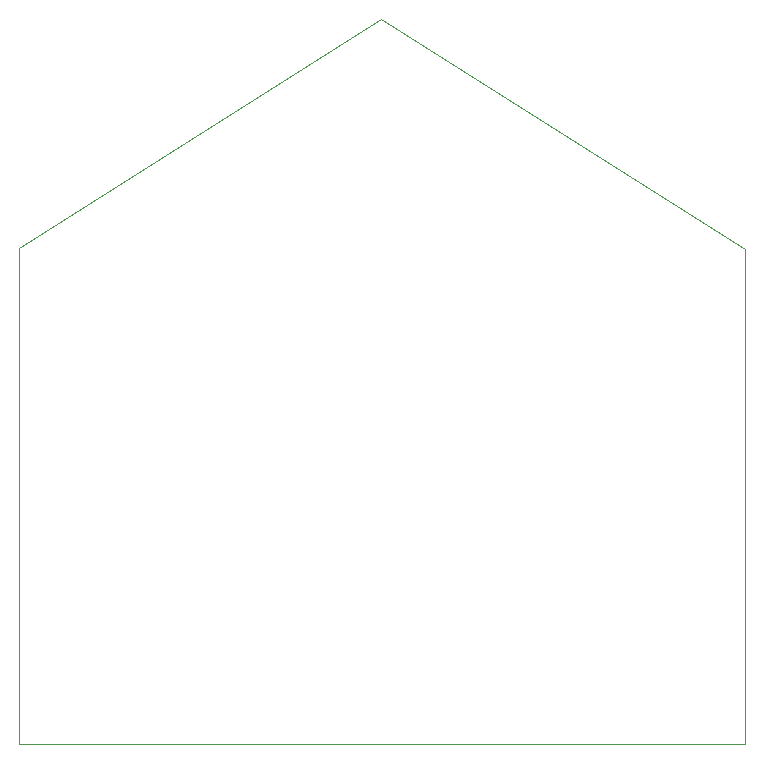
<source format=gm1>
%TF.GenerationSoftware,KiCad,Pcbnew,(5.1.4)-1*%
%TF.CreationDate,2021-08-29T09:46:42+03:00*%
%TF.ProjectId,ark,61726b2e-6b69-4636-9164-5f7063625858,rev?*%
%TF.SameCoordinates,Original*%
%TF.FileFunction,Profile,NP*%
%FSLAX46Y46*%
G04 Gerber Fmt 4.6, Leading zero omitted, Abs format (unit mm)*
G04 Created by KiCad (PCBNEW (5.1.4)-1) date 2021-08-29 09:46:42*
%MOMM*%
%LPD*%
G04 APERTURE LIST*
%ADD10C,0.100000*%
G04 APERTURE END LIST*
D10*
X287070000Y-160020000D02*
X225630000Y-160020000D01*
X287090000Y-118050000D02*
X287070000Y-160020000D01*
X256260000Y-98610000D02*
X287090000Y-118050000D01*
X225600000Y-117970000D02*
X256260000Y-98610000D01*
X225630000Y-160020000D02*
X225600000Y-117970000D01*
M02*

</source>
